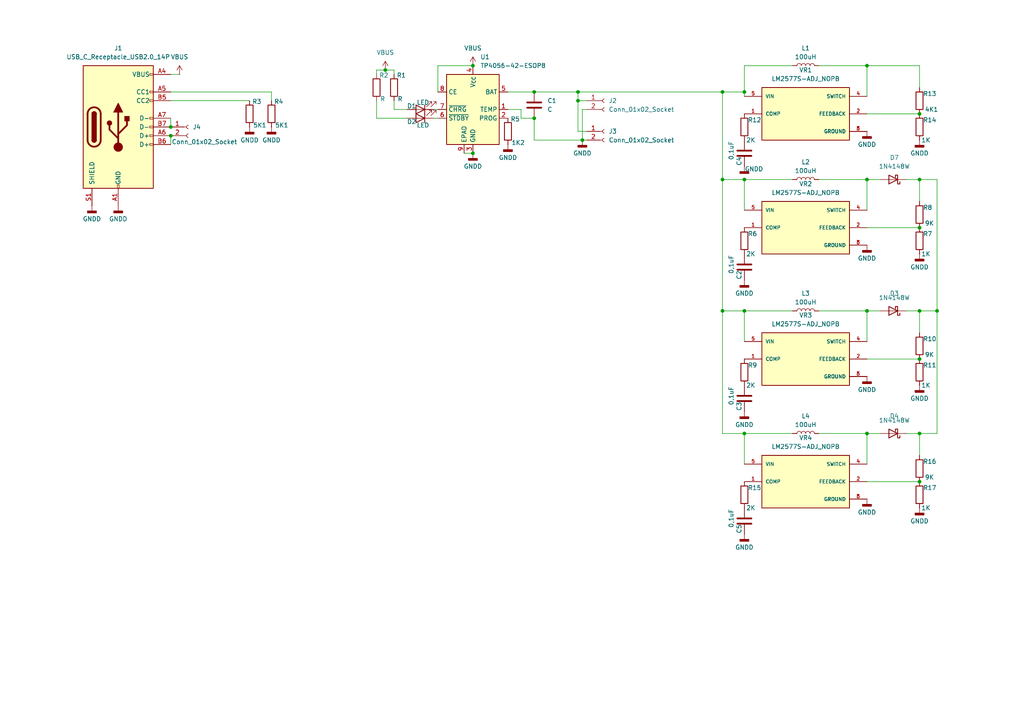
<source format=kicad_sch>
(kicad_sch (version 20250114) (generator "eeschema") (generator_version "9.0")
  (paper "A4")
  (lib_symbols
    (symbol "Battery_Management:TP4056-42-ESOP8"
      (property "Reference" "U" (at -6.604 11.684 0))
      (property "Value" "TP4056-42-ESOP8" (at 10.16 11.684 0))
      (symbol "TP4056-42-ESOP8_1_0"
        (pin input line (at -10.16 5.08 0) (length 2.54) (name "CE") (number "8"))
        (pin open_collector line (at -10.16 0 0) (length 2.54) (name "~{CHRG}") (number "7"))
        (pin open_collector line (at -10.16 -2.54 0) (length 2.54) (name "~{STDBY}") (number "6"))
        (pin passive line (at -2.54 -12.7 90) (length 2.54) (name "EPAD") (number "9"))
        (pin power_in line (at 0 12.7 270) (length 2.54) (name "V_{CC}") (number "4"))
        (pin power_in line (at 0 -12.7 90) (length 2.54) (name "GND") (number "3"))
        (pin power_out line (at 10.16 5.08 180) (length 2.54) (name "BAT") (number "5"))
        (pin input line (at 10.16 0 180) (length 2.54) (name "TEMP") (number "1"))
        (pin passive line (at 10.16 -2.54 180) (length 2.54) (name "PROG") (number "2"))
      )
      (symbol "TP4056-42-ESOP8_1_1"
        (rectangle (start -7.62 10.16) (end 7.62 -10.16) (stroke (width 0.254)) (fill (type background)))
      )
    )
    (symbol "Connector:Conn_01x02_Socket" (pin_names (offset 1.016) (hide yes))
      (property "Reference" "J" (at 0 2.54 0))
      (property "Value" "Conn_01x02_Socket" (at 0 -5.08 0))
      (symbol "Conn_01x02_Socket_1_1"
        (polyline (pts (xy -1.27 0) (xy -0.508 0)) (stroke (width 0.1524)))
        (polyline (pts (xy -1.27 -2.54) (xy -0.508 -2.54)) (stroke (width 0.1524)))
        (arc (start 0 -0.508) (mid -0.5058 0) (end 0 0.508) (stroke (width 0.1524)))
        (arc (start 0 -3.048) (mid -0.5058 -2.54) (end 0 -2.032) (stroke (width 0.1524)))
        (pin passive line (at -5.08 0 0) (length 3.81) (name "Pin_1") (number "1"))
        (pin passive line (at -5.08 -2.54 0) (length 3.81) (name "Pin_2") (number "2"))
      )
    )
    (symbol "Connector:USB_C_Receptacle_USB2.0_14P" (pin_names (offset 1.016))
      (property "Reference" "J" (at 0 22.225 0))
      (property "Value" "USB_C_Receptacle_USB2.0_14P" (at 0 19.685 0))
      (symbol "USB_C_Receptacle_USB2.0_14P_0_0"
        (rectangle (start -0.254 -17.78) (end 0.254 -16.764))
        (rectangle (start 10.16 15.494) (end 9.144 14.986))
        (rectangle (start 10.16 10.414) (end 9.144 9.906))
        (rectangle (start 10.16 7.874) (end 9.144 7.366))
        (rectangle (start 10.16 2.794) (end 9.144 2.286))
        (rectangle (start 10.16 0.254) (end 9.144 -0.254))
        (rectangle (start 10.16 -2.286) (end 9.144 -2.794))
        (rectangle (start 10.16 -4.826) (end 9.144 -5.334))
      )
      (symbol "USB_C_Receptacle_USB2.0_14P_0_1"
        (rectangle (start -10.16 17.78) (end 10.16 -17.78) (stroke (width 0.254)) (fill (type background)))
        (polyline (pts (xy -8.89 -3.81) (xy -8.89 3.81)) (stroke (width 0.508)))
        (rectangle (start -7.62 -3.81) (end -6.35 3.81) (stroke (width 0.254)) (fill (type outline)))
        (arc (start -7.62 3.81) (mid -6.985 4.4423) (end -6.35 3.81) (stroke (width 0.254)))
        (arc (start -7.62 3.81) (mid -6.985 4.4423) (end -6.35 3.81) (stroke (width 0.254)) (fill (type outline)))
        (arc (start -8.89 3.81) (mid -6.985 5.7067) (end -5.08 3.81) (stroke (width 0.508)))
        (arc (start -5.08 -3.81) (mid -6.985 -5.7067) (end -8.89 -3.81) (stroke (width 0.508)))
        (arc (start -6.35 -3.81) (mid -6.985 -4.4423) (end -7.62 -3.81) (stroke (width 0.254)))
        (arc (start -6.35 -3.81) (mid -6.985 -4.4423) (end -7.62 -3.81) (stroke (width 0.254)) (fill (type outline)))
        (polyline (pts (xy -5.08 3.81) (xy -5.08 -3.81)) (stroke (width 0.508)))
        (circle (center -2.54 1.143) (radius 0.635) (stroke (width 0.254)) (fill (type outline)))
        (polyline (pts (xy -1.27 4.318) (xy 0 6.858) (xy 1.27 4.318) (xy -1.27 4.318)) (stroke (width 0.254)) (fill (type outline)))
        (polyline (pts (xy 0 -2.032) (xy 2.54 0.508) (xy 2.54 1.778)) (stroke (width 0.508)))
        (polyline (pts (xy 0 -3.302) (xy -2.54 -0.762) (xy -2.54 0.508)) (stroke (width 0.508)))
        (polyline (pts (xy 0 -5.842) (xy 0 4.318)) (stroke (width 0.508)))
        (circle (center 0 -5.842) (radius 1.27) (fill (type outline)))
        (rectangle (start 1.905 1.778) (end 3.175 3.048) (stroke (width 0.254)) (fill (type outline)))
      )
      (symbol "USB_C_Receptacle_USB2.0_14P_1_1"
        (pin passive line (at -7.62 -22.86 90) (length 5.08) (name "SHIELD") (number "S1"))
        (pin passive line (at 0 -22.86 90) (length 5.08) (name "GND") (number "A1"))
        (pin passive line (at 0 -22.86 90) (length 5.08) (hide yes) (name "GND") (number "A12"))
        (pin passive line (at 0 -22.86 90) (length 5.08) (hide yes) (name "GND") (number "B1"))
        (pin passive line (at 0 -22.86 90) (length 5.08) (hide yes) (name "GND") (number "B12"))
        (pin passive line (at 15.24 15.24 180) (length 5.08) (name "VBUS") (number "A4"))
        (pin passive line (at 15.24 15.24 180) (length 5.08) (hide yes) (name "VBUS") (number "A9"))
        (pin passive line (at 15.24 15.24 180) (length 5.08) (hide yes) (name "VBUS") (number "B4"))
        (pin passive line (at 15.24 15.24 180) (length 5.08) (hide yes) (name "VBUS") (number "B9"))
        (pin bidirectional line (at 15.24 10.16 180) (length 5.08) (name "CC1") (number "A5"))
        (pin bidirectional line (at 15.24 7.62 180) (length 5.08) (name "CC2") (number "B5"))
        (pin bidirectional line (at 15.24 2.54 180) (length 5.08) (name "D-") (number "A7"))
        (pin bidirectional line (at 15.24 0 180) (length 5.08) (name "D-") (number "B7"))
        (pin bidirectional line (at 15.24 -2.54 180) (length 5.08) (name "D+") (number "A6"))
        (pin bidirectional line (at 15.24 -5.08 180) (length 5.08) (name "D+") (number "B6"))
      )
    )
    (symbol "Device:C" (pin_numbers (hide yes)) (pin_names (offset 0.254))
      (property "Reference" "C" (at 0.635 2.54 0))
      (property "Value" "C" (at 0.635 -2.54 0))
      (symbol "C_0_1"
        (polyline (pts (xy -2.032 0.762) (xy 2.032 0.762)) (stroke (width 0.508)))
        (polyline (pts (xy -2.032 -0.762) (xy 2.032 -0.762)) (stroke (width 0.508)))
      )
      (symbol "C_1_1"
        (pin passive line (at 0 3.81 270) (length 2.794) (name "~") (number "1"))
        (pin passive line (at 0 -3.81 90) (length 2.794) (name "~") (number "2"))
      )
    )
    (symbol "Device:L" (pin_numbers (hide yes)) (pin_names (offset 1.016) (hide yes))
      (property "Reference" "L" (at -1.27 0 90))
      (property "Value" "L" (at 1.905 0 90))
      (symbol "L_0_1"
        (arc (start 0 2.54) (mid 0.6323 1.905) (end 0 1.27))
        (arc (start 0 1.27) (mid 0.6323 0.635) (end 0 0))
        (arc (start 0 0) (mid 0.6323 -0.635) (end 0 -1.27))
        (arc (start 0 -1.27) (mid 0.6323 -1.905) (end 0 -2.54))
      )
      (symbol "L_1_1"
        (pin passive line (at 0 3.81 270) (length 1.27) (name "1") (number "1"))
        (pin passive line (at 0 -3.81 90) (length 1.27) (name "2") (number "2"))
      )
    )
    (symbol "Device:LED" (pin_numbers (hide yes)) (pin_names (offset 1.016) (hide yes))
      (property "Reference" "D" (at 0 2.54 0))
      (property "Value" "LED" (at 0 -2.54 0))
      (symbol "LED_0_1"
        (polyline (pts (xy -3.048 -0.762) (xy -4.572 -2.286) (xy -3.81 -2.286) (xy -4.572 -2.286) (xy -4.572 -1.524)))
        (polyline (pts (xy -1.778 -0.762) (xy -3.302 -2.286) (xy -2.54 -2.286) (xy -3.302 -2.286) (xy -3.302 -1.524)))
        (polyline (pts (xy -1.27 0) (xy 1.27 0)))
        (polyline (pts (xy -1.27 -1.27) (xy -1.27 1.27)) (stroke (width 0.254)))
        (polyline (pts (xy 1.27 -1.27) (xy 1.27 1.27) (xy -1.27 0) (xy 1.27 -1.27)) (stroke (width 0.254)))
      )
      (symbol "LED_1_1"
        (pin passive line (at -3.81 0 0) (length 2.54) (name "K") (number "1"))
        (pin passive line (at 3.81 0 180) (length 2.54) (name "A") (number "2"))
      )
    )
    (symbol "Device:R" (pin_numbers (hide yes)) (pin_names (offset 0))
      (property "Reference" "R" (at 2.032 0 90))
      (property "Value" "R" (at 0 0 90))
      (symbol "R_0_1"
        (rectangle (start -1.016 -2.54) (end 1.016 2.54) (stroke (width 0.254)))
      )
      (symbol "R_1_1"
        (pin passive line (at 0 3.81 270) (length 1.27) (name "~") (number "1"))
        (pin passive line (at 0 -3.81 90) (length 1.27) (name "~") (number "2"))
      )
    )
    (symbol "Diode:1N5822" (pin_numbers (hide yes)) (pin_names (offset 1.016) (hide yes))
      (property "Reference" "D" (at 0 2.54 0))
      (property "Value" "1N5822" (at 0 -2.54 0))
      (symbol "1N5822_0_1"
        (polyline (pts (xy -1.905 0.635) (xy -1.905 1.27) (xy -1.27 1.27) (xy -1.27 -1.27) (xy -0.635 -1.27) (xy -0.635 -0.635)) (stroke (width 0.254)))
        (polyline (pts (xy 1.27 1.27) (xy 1.27 -1.27) (xy -1.27 0) (xy 1.27 1.27)) (stroke (width 0.254)))
        (polyline (pts (xy 1.27 0) (xy -1.27 0)))
      )
      (symbol "1N5822_1_1"
        (pin passive line (at -3.81 0 0) (length 2.54) (name "K") (number "1"))
        (pin passive line (at 3.81 0 180) (length 2.54) (name "A") (number "2"))
      )
    )
    (symbol "LM2577S-ADJ_NOPB:LM2577S-ADJ_NOPB" (pin_names (offset 1.016))
      (property "Reference" "VR" (at -12.7 10.16 0))
      (property "Value" "LM2577S-ADJ_NOPB" (at -12.7 -12.7 0))
      (symbol "LM2577S-ADJ_NOPB_0_0"
        (rectangle (start -12.7 -7.62) (end 12.7 7.62) (stroke (width 0.254)) (fill (type background)))
        (pin input line (at -17.78 5.08 0) (length 5.08) (name "VIN") (number "5"))
        (pin passive line (at -17.78 0 0) (length 5.08) (name "COMP") (number "1"))
        (pin output line (at 17.78 5.08 180) (length 5.08) (name "SWITCH") (number "4"))
        (pin input line (at 17.78 0 180) (length 5.08) (name "FEEDBACK") (number "2"))
        (pin power_in line (at 17.78 -5.08 180) (length 5.08) (name "GROUND") (number "3"))
        (pin power_in line (at 17.78 -5.08 180) (length 5.08) (name "GROUND") (number "6"))
      )
    )
    (symbol "power:GNDD" (power) (pin_numbers (hide yes)) (pin_names (offset 0) (hide yes))
      (property "Value" "GNDD" (at 0 -3.175 0))
      (symbol "GNDD_0_1"
        (rectangle (start -1.27 -1.524) (end 1.27 -2.032) (stroke (width 0.254)) (fill (type outline)))
        (polyline (pts (xy 0 0) (xy 0 -1.524)))
      )
      (symbol "GNDD_1_1"
        (pin power_in line (at 0 0 270) (length 0) (name "~") (number "1"))
      )
    )
    (symbol "power:VBUS" (power) (pin_numbers (hide yes)) (pin_names (offset 0) (hide yes))
      (property "Value" "VBUS" (at 0 3.556 0))
      (symbol "VBUS_0_1"
        (polyline (pts (xy -0.762 1.27) (xy 0 2.54)))
        (polyline (pts (xy 0 2.54) (xy 0.762 1.27)))
        (polyline (pts (xy 0 0) (xy 0 2.54)))
      )
      (symbol "VBUS_1_1"
        (pin power_in line (at 0 0 90) (length 0) (name "~") (number "1"))
      )
    )
  )
  (junction (at 111.76 20.32))
  (junction (at 251.46 52.07))
  (junction (at 209.55 52.07))
  (junction (at 49.53 39.37))
  (junction (at 209.55 26.67))
  (junction (at 167.64 29.21))
  (junction (at 266.7 66.04))
  (junction (at 167.64 26.67))
  (junction (at 251.46 90.17))
  (junction (at 266.7 139.7))
  (junction (at 168.91 40.64))
  (junction (at 271.78 90.17))
  (junction (at 154.94 26.67))
  (junction (at 215.9 52.07))
  (junction (at 137.16 19.05))
  (junction (at 137.16 44.45))
  (junction (at 251.46 125.73))
  (junction (at 154.94 34.29))
  (junction (at 266.7 33.02))
  (junction (at 266.7 125.73))
  (junction (at 266.7 52.07))
  (junction (at 209.55 90.17))
  (junction (at 215.9 26.67))
  (junction (at 49.53 36.83))
  (junction (at 251.46 19.05))
  (junction (at 215.9 125.73))
  (junction (at 266.7 90.17))
  (junction (at 266.7 104.14))
  (junction (at 215.9 90.17))
  (wire (pts (xy 209.55 52.07) (xy 215.9 52.07)))
  (wire (pts (xy 266.7 132.08) (xy 266.7 125.73)))
  (wire (pts (xy 167.64 29.21) (xy 167.64 26.67)))
  (wire (pts (xy 49.53 29.21) (xy 72.39 29.21)))
  (wire (pts (xy 229.87 125.73) (xy 215.9 125.73)))
  (wire (pts (xy 49.53 26.67) (xy 78.74 26.67)))
  (wire (pts (xy 251.46 125.73) (xy 255.27 125.73)))
  (wire (pts (xy 251.46 19.05) (xy 266.7 19.05)))
  (wire (pts (xy 114.3 29.21) (xy 114.3 31.75)))
  (wire (pts (xy 266.7 58.42) (xy 266.7 52.07)))
  (wire (pts (xy 251.46 66.04) (xy 266.7 66.04)))
  (wire (pts (xy 209.55 125.73) (xy 215.9 125.73)))
  (wire (pts (xy 251.46 19.05) (xy 237.49 19.05)))
  (wire (pts (xy 52.07 21.59) (xy 49.53 21.59)))
  (wire (pts (xy 209.55 26.67) (xy 209.55 52.07)))
  (wire (pts (xy 209.55 26.67) (xy 215.9 26.67)))
  (wire (pts (xy 215.9 52.07) (xy 215.9 60.96)))
  (wire (pts (xy 251.46 90.17) (xy 255.27 90.17)))
  (wire (pts (xy 271.78 90.17) (xy 271.78 52.07)))
  (wire (pts (xy 262.89 90.17) (xy 266.7 90.17)))
  (wire (pts (xy 209.55 90.17) (xy 209.55 125.73)))
  (wire (pts (xy 151.13 34.29) (xy 151.13 31.75)))
  (wire (pts (xy 134.62 44.45) (xy 137.16 44.45)))
  (wire (pts (xy 229.87 52.07) (xy 215.9 52.07)))
  (wire (pts (xy 109.22 21.59) (xy 109.22 20.32)))
  (wire (pts (xy 251.46 27.94) (xy 251.46 19.05)))
  (wire (pts (xy 215.9 90.17) (xy 215.9 99.06)))
  (wire (pts (xy 168.91 40.64) (xy 154.94 40.64)))
  (wire (pts (xy 266.7 19.05) (xy 266.7 25.4)))
  (wire (pts (xy 266.7 90.17) (xy 271.78 90.17)))
  (wire (pts (xy 237.49 52.07) (xy 251.46 52.07)))
  (wire (pts (xy 170.18 31.75) (xy 168.91 31.75)))
  (wire (pts (xy 215.9 19.05) (xy 215.9 26.67)))
  (wire (pts (xy 147.32 26.67) (xy 154.94 26.67)))
  (wire (pts (xy 251.46 134.62) (xy 251.46 125.73)))
  (wire (pts (xy 109.22 20.32) (xy 111.76 20.32)))
  (wire (pts (xy 167.64 26.67) (xy 209.55 26.67)))
  (wire (pts (xy 237.49 125.73) (xy 251.46 125.73)))
  (wire (pts (xy 154.94 34.29) (xy 151.13 34.29)))
  (wire (pts (xy 170.18 38.1) (xy 167.64 38.1)))
  (wire (pts (xy 209.55 90.17) (xy 215.9 90.17)))
  (wire (pts (xy 127 19.05) (xy 127 26.67)))
  (wire (pts (xy 114.3 20.32) (xy 114.3 21.59)))
  (wire (pts (xy 237.49 90.17) (xy 251.46 90.17)))
  (wire (pts (xy 266.7 96.52) (xy 266.7 90.17)))
  (wire (pts (xy 215.9 26.67) (xy 215.9 27.94)))
  (wire (pts (xy 125.73 31.75) (xy 127 31.75)))
  (wire (pts (xy 151.13 31.75) (xy 147.32 31.75)))
  (wire (pts (xy 271.78 52.07) (xy 266.7 52.07)))
  (wire (pts (xy 49.53 34.29) (xy 49.53 36.83)))
  (wire (pts (xy 215.9 125.73) (xy 215.9 134.62)))
  (wire (pts (xy 168.91 40.64) (xy 170.18 40.64)))
  (wire (pts (xy 271.78 90.17) (xy 271.78 125.73)))
  (wire (pts (xy 229.87 19.05) (xy 215.9 19.05)))
  (wire (pts (xy 118.11 34.29) (xy 109.22 34.29)))
  (wire (pts (xy 125.73 34.29) (xy 127 34.29)))
  (wire (pts (xy 251.46 33.02) (xy 266.7 33.02)))
  (wire (pts (xy 251.46 99.06) (xy 251.46 90.17)))
  (wire (pts (xy 251.46 52.07) (xy 255.27 52.07)))
  (wire (pts (xy 167.64 29.21) (xy 170.18 29.21)))
  (wire (pts (xy 167.64 38.1) (xy 167.64 29.21)))
  (wire (pts (xy 137.16 19.05) (xy 127 19.05)))
  (wire (pts (xy 262.89 52.07) (xy 266.7 52.07)))
  (wire (pts (xy 111.76 20.32) (xy 114.3 20.32)))
  (wire (pts (xy 114.3 31.75) (xy 118.11 31.75)))
  (wire (pts (xy 78.74 26.67) (xy 78.74 29.21)))
  (wire (pts (xy 251.46 139.7) (xy 266.7 139.7)))
  (wire (pts (xy 266.7 125.73) (xy 271.78 125.73)))
  (wire (pts (xy 154.94 40.64) (xy 154.94 34.29)))
  (wire (pts (xy 109.22 34.29) (xy 109.22 29.21)))
  (wire (pts (xy 154.94 26.67) (xy 167.64 26.67)))
  (wire (pts (xy 251.46 60.96) (xy 251.46 52.07)))
  (wire (pts (xy 229.87 90.17) (xy 215.9 90.17)))
  (wire (pts (xy 209.55 52.07) (xy 209.55 90.17)))
  (wire (pts (xy 49.53 39.37) (xy 49.53 41.91)))
  (wire (pts (xy 168.91 31.75) (xy 168.91 40.64)))
  (wire (pts (xy 262.89 125.73) (xy 266.7 125.73)))
  (wire (pts (xy 251.46 104.14) (xy 266.7 104.14)))
  (symbol (lib_id "Device:R") (at 266.7 135.89 0) (unit 1)
    (property "Reference" "R16" (at 267.716 133.858 0) (effects (justify left)))
    (property "Value" "9K" (at 268.224 138.43 0) (effects (justify left)))
    (property "Footprint" "Resistor_SMD:R_0805_2012Metric_Pad1.20x1.40mm_HandSolder" (effects (hide yes)))
    (property "Description" "Resistor" (effects (hide yes)))
  )
  (symbol (lib_id "power:GNDD") (at 266.7 73.66 0) (unit 1)
    (property "Reference" "#PWR018" (effects (hide yes)))
    (property "Value" "GNDD" (at 266.7 77.47 0))
    (property "Description" "Power symbol creates a global label with name \"GNDD\" , digital ground" (effects (hide yes)))
  )
  (symbol (lib_id "power:VBUS") (at 52.07 21.59 0) (unit 1)
    (property "Reference" "#PWR01" (effects (hide yes)))
    (property "Value" "VBUS" (at 52.07 16.51 0))
    (property "Description" "Power symbol creates a global label with name \"VBUS\"" (effects (hide yes)))
  )
  (symbol (lib_id "Device:R") (at 266.7 143.51 0) (unit 1)
    (property "Reference" "R17" (at 267.716 141.478 0) (effects (justify left)))
    (property "Value" "1K" (at 267.208 147.32 0) (effects (justify left)))
    (property "Footprint" "Resistor_SMD:R_0805_2012Metric_Pad1.20x1.40mm_HandSolder" (effects (hide yes)))
    (property "Description" "Resistor" (effects (hide yes)))
  )
  (symbol (lib_id "power:VBUS") (at 137.16 19.05 0) (unit 1)
    (property "Reference" "#PWR06" (effects (hide yes)))
    (property "Value" "VBUS" (at 137.16 13.97 0))
    (property "Description" "Power symbol creates a global label with name \"VBUS\"" (effects (hide yes)))
  )
  (symbol (lib_id "LM2577S-ADJ_NOPB:LM2577S-ADJ_NOPB") (at 233.68 104.14 0) (unit 1)
    (property "Reference" "VR3" (at 233.68 91.44 0))
    (property "Value" "LM2577S-ADJ_NOPB" (at 233.68 93.98 0))
    (property "Footprint" "LM2577S-ADJ_NOPB (1):VREG_LM2577S-ADJ_NOPB_model" (effects (hide yes)))
    (property "MF" "Texas Instruments" (effects (hide yes)))
    (property "MAXIMUM_PACKAGE_HEIGHT" "4.65 mm" (effects (hide yes)))
    (property "Package" "TO-263-5 Texas Instruments" (effects (hide yes)))
    (property "Price" "None" (effects (hide yes)))
    (property "Check_prices" "https://www.snapeda.com/parts/LM2577S-ADJ/NOPB/Texas+Instruments/view-part/?ref=eda" (effects (hide yes)))
    (property "STANDARD" "Manufacturer recommendations" (effects (hide yes)))
    (property "PARTREV" "D" (effects (hide yes)))
    (property "SnapEDA_Link" "https://www.snapeda.com/parts/LM2577S-ADJ/NOPB/Texas+Instruments/view-part/?ref=snap" (effects (hide yes)))
    (property "MP" "LM2577S-ADJ/NOPB" (effects (hide yes)))
    (property "Description_1" "3.5-V to 40-V, 3-A low component count step-up regulator" (effects (hide yes)))
    (property "Availability" "In Stock" (effects (hide yes)))
    (property "MANUFACTURER" "Texas Instruments" (effects (hide yes)))
  )
  (symbol (lib_id "LM2577S-ADJ_NOPB:LM2577S-ADJ_NOPB") (at 233.68 66.04 0) (unit 1)
    (property "Reference" "VR2" (at 233.68 53.34 0))
    (property "Value" "LM2577S-ADJ_NOPB" (at 233.68 55.88 0))
    (property "Footprint" "LM2577S-ADJ_NOPB (1):VREG_LM2577S-ADJ_NOPB_model" (effects (hide yes)))
    (property "MF" "Texas Instruments" (effects (hide yes)))
    (property "MAXIMUM_PACKAGE_HEIGHT" "4.65 mm" (effects (hide yes)))
    (property "Package" "TO-263-5 Texas Instruments" (effects (hide yes)))
    (property "Price" "None" (effects (hide yes)))
    (property "Check_prices" "https://www.snapeda.com/parts/LM2577S-ADJ/NOPB/Texas+Instruments/view-part/?ref=eda" (effects (hide yes)))
    (property "STANDARD" "Manufacturer recommendations" (effects (hide yes)))
    (property "PARTREV" "D" (effects (hide yes)))
    (property "SnapEDA_Link" "https://www.snapeda.com/parts/LM2577S-ADJ/NOPB/Texas+Instruments/view-part/?ref=snap" (effects (hide yes)))
    (property "MP" "LM2577S-ADJ/NOPB" (effects (hide yes)))
    (property "Description_1" "3.5-V to 40-V, 3-A low component count step-up regulator" (effects (hide yes)))
    (property "Availability" "In Stock" (effects (hide yes)))
    (property "MANUFACTURER" "Texas Instruments" (effects (hide yes)))
  )
  (symbol (lib_id "Device:C") (at 215.9 115.57 180) (unit 1)
    (property "Reference" "C3" (at 214.376 117.856 90))
    (property "Value" "0,1uF" (at 212.09 114.808 90))
    (property "Footprint" "Capacitor_SMD:C_0805_2012Metric_Pad1.18x1.45mm_HandSolder" (effects (hide yes)))
    (property "Description" "Unpolarized capacitor" (effects (hide yes)))
  )
  (symbol (lib_id "power:GNDD") (at 266.7 40.64 0) (unit 1)
    (property "Reference" "#PWR017" (effects (hide yes)))
    (property "Value" "GNDD" (at 266.7 44.45 0))
    (property "Description" "Power symbol creates a global label with name \"GNDD\" , digital ground" (effects (hide yes)))
  )
  (symbol (lib_id "power:GNDD") (at 215.9 81.28 0) (unit 1)
    (property "Reference" "#PWR011" (effects (hide yes)))
    (property "Value" "GNDD" (at 215.9 85.09 0))
    (property "Description" "Power symbol creates a global label with name \"GNDD\" , digital ground" (effects (hide yes)))
  )
  (symbol (lib_id "Device:R") (at 266.7 36.83 0) (unit 1)
    (property "Reference" "R14" (at 267.716 34.798 0) (effects (justify left)))
    (property "Value" "1K" (at 267.208 40.64 0) (effects (justify left)))
    (property "Footprint" "Resistor_SMD:R_0805_2012Metric_Pad1.20x1.40mm_HandSolder" (effects (hide yes)))
    (property "Description" "Resistor" (effects (hide yes)))
  )
  (symbol (lib_id "Device:C") (at 215.9 44.45 180) (unit 1)
    (property "Reference" "C4" (at 214.376 46.736 90))
    (property "Value" "0,1uF" (at 212.09 43.688 90))
    (property "Footprint" "Capacitor_SMD:C_0805_2012Metric_Pad1.18x1.45mm_HandSolder" (effects (hide yes)))
    (property "Description" "Unpolarized capacitor" (effects (hide yes)))
  )
  (symbol (lib_id "Device:R") (at 147.32 38.1 180) (unit 1)
    (property "Reference" "R5" (at 148.082 34.544 0) (effects (justify right)))
    (property "Value" "1K2" (at 148.336 41.402 0) (effects (justify right)))
    (property "Footprint" "Resistor_SMD:R_0805_2012Metric_Pad1.20x1.40mm_HandSolder" (effects (hide yes)))
    (property "Description" "Resistor" (effects (hide yes)))
  )
  (symbol (lib_id "power:GNDD") (at 215.9 154.94 0) (unit 1)
    (property "Reference" "#PWR020" (effects (hide yes)))
    (property "Value" "GNDD" (at 215.9 158.75 0))
    (property "Description" "Power symbol creates a global label with name \"GNDD\" , digital ground" (effects (hide yes)))
  )
  (symbol (lib_id "power:GNDD") (at 215.9 48.26 0) (unit 1)
    (property "Reference" "#PWR015" (effects (hide yes)))
    (property "Value" "GNDD" (at 218.694 49.022 0))
    (property "Description" "Power symbol creates a global label with name \"GNDD\" , digital ground" (effects (hide yes)))
  )
  (symbol (lib_id "LM2577S-ADJ_NOPB:LM2577S-ADJ_NOPB") (at 233.68 33.02 0) (unit 1)
    (property "Reference" "VR1" (at 233.68 20.32 0))
    (property "Value" "LM2577S-ADJ_NOPB" (at 233.68 22.86 0))
    (property "Footprint" "LM2577S-ADJ_NOPB (1):VREG_LM2577S-ADJ_NOPB_model" (effects (hide yes)))
    (property "MF" "Texas Instruments" (effects (hide yes)))
    (property "MAXIMUM_PACKAGE_HEIGHT" "4.65 mm" (effects (hide yes)))
    (property "Package" "TO-263-5 Texas Instruments" (effects (hide yes)))
    (property "Price" "None" (effects (hide yes)))
    (property "Check_prices" "https://www.snapeda.com/parts/LM2577S-ADJ/NOPB/Texas+Instruments/view-part/?ref=eda" (effects (hide yes)))
    (property "STANDARD" "Manufacturer recommendations" (effects (hide yes)))
    (property "PARTREV" "D" (effects (hide yes)))
    (property "SnapEDA_Link" "https://www.snapeda.com/parts/LM2577S-ADJ/NOPB/Texas+Instruments/view-part/?ref=snap" (effects (hide yes)))
    (property "MP" "LM2577S-ADJ/NOPB" (effects (hide yes)))
    (property "Description_1" "3.5-V to 40-V, 3-A low component count step-up regulator" (effects (hide yes)))
    (property "Availability" "In Stock" (effects (hide yes)))
    (property "MANUFACTURER" "Texas Instruments" (effects (hide yes)))
  )
  (symbol (lib_id "power:GNDD") (at 251.46 38.1 0) (unit 1)
    (property "Reference" "#PWR016" (effects (hide yes)))
    (property "Value" "GNDD" (at 251.46 41.91 0))
    (property "Description" "Power symbol creates a global label with name \"GNDD\" , digital ground" (effects (hide yes)))
  )
  (symbol (lib_id "Diode:1N5822") (at 259.08 125.73 180) (unit 1)
    (property "Reference" "D4" (at 259.3975 120.65 0))
    (property "Value" "1N4148W" (at 259.3975 121.92 0))
    (property "Footprint" "Diode_SMD:D_SOD-123F" (effects (hide yes)))
    (property "Datasheet" "http://www.vishay.com/docs/88526/1n5820.pdf" (effects (hide yes)))
    (property "Description" "40V 3A Schottky Barrier Rectifier Diode, DO-201AD" (effects (hide yes)))
  )
  (symbol (lib_id "power:GNDD") (at 26.67 59.69 0) (unit 1)
    (property "Reference" "#PWR03" (effects (hide yes)))
    (property "Value" "GNDD" (at 26.67 63.5 0))
    (property "Description" "Power symbol creates a global label with name \"GNDD\" , digital ground" (effects (hide yes)))
  )
  (symbol (lib_id "power:GNDD") (at 137.16 44.45 0) (unit 1)
    (property "Reference" "#PWR04" (effects (hide yes)))
    (property "Value" "GNDD" (at 137.16 48.26 0))
    (property "Description" "Power symbol creates a global label with name \"GNDD\" , digital ground" (effects (hide yes)))
  )
  (symbol (lib_id "Device:C") (at 215.9 77.47 180) (unit 1)
    (property "Reference" "C2" (at 214.376 79.756 90))
    (property "Value" "0,1uF" (at 212.09 76.708 90))
    (property "Footprint" "Capacitor_SMD:C_0805_2012Metric_Pad1.18x1.45mm_HandSolder" (effects (hide yes)))
    (property "Description" "Unpolarized capacitor" (effects (hide yes)))
  )
  (symbol (lib_id "power:GNDD") (at 251.46 71.12 0) (unit 1)
    (property "Reference" "#PWR012" (effects (hide yes)))
    (property "Value" "GNDD" (at 251.46 74.93 0))
    (property "Description" "Power symbol creates a global label with name \"GNDD\" , digital ground" (effects (hide yes)))
  )
  (symbol (lib_id "power:GNDD") (at 251.46 109.22 0) (unit 1)
    (property "Reference" "#PWR014" (effects (hide yes)))
    (property "Value" "GNDD" (at 251.46 113.03 0))
    (property "Description" "Power symbol creates a global label with name \"GNDD\" , digital ground" (effects (hide yes)))
  )
  (symbol (lib_id "Connector:Conn_01x02_Socket") (at 175.26 29.21 0) (unit 1)
    (property "Reference" "J2" (at 176.53 29.2099 0) (effects (justify left)))
    (property "Value" "Conn_01x02_Socket" (at 176.53 31.7499 0) (effects (justify left)))
    (property "Description" "Generic connector, single row, 01x02, script generated" (effects (hide yes)))
  )
  (symbol (lib_id "LM2577S-ADJ_NOPB:LM2577S-ADJ_NOPB") (at 233.68 139.7 0) (unit 1)
    (property "Reference" "VR4" (at 233.68 127 0))
    (property "Value" "LM2577S-ADJ_NOPB" (at 233.68 129.54 0))
    (property "Footprint" "LM2577S-ADJ_NOPB (1):VREG_LM2577S-ADJ_NOPB_model" (effects (hide yes)))
    (property "MF" "Texas Instruments" (effects (hide yes)))
    (property "MAXIMUM_PACKAGE_HEIGHT" "4.65 mm" (effects (hide yes)))
    (property "Package" "TO-263-5 Texas Instruments" (effects (hide yes)))
    (property "Price" "None" (effects (hide yes)))
    (property "Check_prices" "https://www.snapeda.com/parts/LM2577S-ADJ/NOPB/Texas+Instruments/view-part/?ref=eda" (effects (hide yes)))
    (property "STANDARD" "Manufacturer recommendations" (effects (hide yes)))
    (property "PARTREV" "D" (effects (hide yes)))
    (property "SnapEDA_Link" "https://www.snapeda.com/parts/LM2577S-ADJ/NOPB/Texas+Instruments/view-part/?ref=snap" (effects (hide yes)))
    (property "MP" "LM2577S-ADJ/NOPB" (effects (hide yes)))
    (property "Description_1" "3.5-V to 40-V, 3-A low component count step-up regulator" (effects (hide yes)))
    (property "Availability" "In Stock" (effects (hide yes)))
    (property "MANUFACTURER" "Texas Instruments" (effects (hide yes)))
  )
  (symbol (lib_id "Device:R") (at 266.7 62.23 0) (unit 1)
    (property "Reference" "R8" (at 267.716 60.198 0) (effects (justify left)))
    (property "Value" "9K" (at 268.224 64.77 0) (effects (justify left)))
    (property "Footprint" "Resistor_SMD:R_0805_2012Metric_Pad1.20x1.40mm_HandSolder" (effects (hide yes)))
    (property "Description" "Resistor" (effects (hide yes)))
  )
  (symbol (lib_id "Diode:1N5822") (at 259.08 52.07 180) (unit 1)
    (property "Reference" "D7" (at 259.3975 45.72 0))
    (property "Value" "1N4148W" (at 259.3975 48.26 0))
    (property "Footprint" "Diode_SMD:D_SOD-123F" (effects (hide yes)))
    (property "Datasheet" "http://www.vishay.com/docs/88526/1n5820.pdf" (effects (hide yes)))
    (property "Description" "40V 3A Schottky Barrier Rectifier Diode, DO-201AD" (effects (hide yes)))
  )
  (symbol (lib_id "Connector:Conn_01x02_Socket") (at 175.26 38.1 0) (unit 1)
    (property "Reference" "J3" (at 176.53 38.0999 0) (effects (justify left)))
    (property "Value" "Conn_01x02_Socket" (at 176.53 40.6399 0) (effects (justify left)))
    (property "Description" "Generic connector, single row, 01x02, script generated" (effects (hide yes)))
  )
  (symbol (lib_id "power:GNDD") (at 72.39 36.83 0) (unit 1)
    (property "Reference" "#PWR08" (effects (hide yes)))
    (property "Value" "GNDD" (at 72.39 40.64 0))
    (property "Description" "Power symbol creates a global label with name \"GNDD\" , digital ground" (effects (hide yes)))
  )
  (symbol (lib_id "power:GNDD") (at 266.7 147.32 0) (unit 1)
    (property "Reference" "#PWR022" (effects (hide yes)))
    (property "Value" "GNDD" (at 266.7 151.13 0))
    (property "Description" "Power symbol creates a global label with name \"GNDD\" , digital ground" (effects (hide yes)))
  )
  (symbol (lib_id "Diode:1N5822") (at 259.08 90.17 180) (unit 1)
    (property "Reference" "D3" (at 259.3975 85.09 0))
    (property "Value" "1N4148W" (at 259.3975 86.36 0))
    (property "Footprint" "Diode_SMD:D_SOD-123F" (effects (hide yes)))
    (property "Datasheet" "http://www.vishay.com/docs/88526/1n5820.pdf" (effects (hide yes)))
    (property "Description" "40V 3A Schottky Barrier Rectifier Diode, DO-201AD" (effects (hide yes)))
  )
  (symbol (lib_id "Device:L") (at 233.68 90.17 90) (unit 1)
    (property "Reference" "L3" (at 233.68 85.09 90))
    (property "Value" "100uH" (at 233.68 87.63 90))
    (property "Footprint" "Inductor_SMD:L_12x12mm_H4.5mm_model" (effects (hide yes)))
    (property "Description" "Inductor" (effects (hide yes)))
  )
  (symbol (lib_id "power:GNDD") (at 147.32 41.91 0) (unit 1)
    (property "Reference" "#PWR010" (effects (hide yes)))
    (property "Value" "GNDD" (at 147.32 45.72 0))
    (property "Description" "Power symbol creates a global label with name \"GNDD\" , digital ground" (effects (hide yes)))
  )
  (symbol (lib_id "Device:L") (at 233.68 52.07 90) (unit 1)
    (property "Reference" "L2" (at 233.68 46.99 90))
    (property "Value" "100uH" (at 233.68 49.53 90))
    (property "Footprint" "Inductor_SMD:L_12x12mm_H4.5mm_model" (effects (hide yes)))
    (property "Description" "Inductor" (effects (hide yes)))
  )
  (symbol (lib_id "Device:R") (at 109.22 25.4 180) (unit 1)
    (property "Reference" "R2" (at 109.982 21.844 0) (effects (justify right)))
    (property "Value" "R" (at 110.236 28.702 0) (effects (justify right)))
    (property "Footprint" "Resistor_SMD:R_0805_2012Metric_Pad1.20x1.40mm_HandSolder" (effects (hide yes)))
    (property "Description" "Resistor" (effects (hide yes)))
  )
  (symbol (lib_id "Device:R") (at 266.7 107.95 0) (unit 1)
    (property "Reference" "R11" (at 267.716 105.918 0) (effects (justify left)))
    (property "Value" "1K" (at 267.208 111.76 0) (effects (justify left)))
    (property "Footprint" "Resistor_SMD:R_0805_2012Metric_Pad1.20x1.40mm_HandSolder" (effects (hide yes)))
    (property "Description" "Resistor" (effects (hide yes)))
  )
  (symbol (lib_id "Device:R") (at 266.7 69.85 0) (unit 1)
    (property "Reference" "R7" (at 267.716 67.818 0) (effects (justify left)))
    (property "Value" "1K" (at 267.208 73.66 0) (effects (justify left)))
    (property "Footprint" "Resistor_SMD:R_0805_2012Metric_Pad1.20x1.40mm_HandSolder" (effects (hide yes)))
    (property "Description" "Resistor" (effects (hide yes)))
  )
  (symbol (lib_id "Device:R") (at 266.7 100.33 0) (unit 1)
    (property "Reference" "R10" (at 267.716 98.298 0) (effects (justify left)))
    (property "Value" "9K" (at 268.224 102.87 0) (effects (justify left)))
    (property "Footprint" "Resistor_SMD:R_0805_2012Metric_Pad1.20x1.40mm_HandSolder" (effects (hide yes)))
    (property "Description" "Resistor" (effects (hide yes)))
  )
  (symbol (lib_id "Device:R") (at 78.74 33.02 180) (unit 1)
    (property "Reference" "R4" (at 79.502 29.464 0) (effects (justify right)))
    (property "Value" "5K1" (at 79.756 36.322 0) (effects (justify right)))
    (property "Footprint" "Resistor_SMD:R_0805_2012Metric_Pad1.20x1.40mm_HandSolder" (effects (hide yes)))
    (property "Description" "Resistor" (effects (hide yes)))
  )
  (symbol (lib_id "power:VBUS") (at 111.76 20.32 0) (unit 1)
    (property "Reference" "#PWR05" (effects (hide yes)))
    (property "Value" "VBUS" (at 111.76 15.24 0))
    (property "Description" "Power symbol creates a global label with name \"VBUS\"" (effects (hide yes)))
  )
  (symbol (lib_id "power:GNDD") (at 251.46 144.78 0) (unit 1)
    (property "Reference" "#PWR021" (effects (hide yes)))
    (property "Value" "GNDD" (at 251.46 148.59 0))
    (property "Description" "Power symbol creates a global label with name \"GNDD\" , digital ground" (effects (hide yes)))
  )
  (symbol (lib_id "Device:R") (at 215.9 36.83 0) (unit 1)
    (property "Reference" "R12" (at 216.916 34.798 0) (effects (justify left)))
    (property "Value" "2K" (at 216.408 40.64 0) (effects (justify left)))
    (property "Footprint" "Resistor_SMD:R_0805_2012Metric_Pad1.20x1.40mm_HandSolder" (effects (hide yes)))
    (property "Description" "Resistor" (effects (hide yes)))
  )
  (symbol (lib_id "Battery_Management:TP4056-42-ESOP8") (at 137.16 31.75 0) (unit 1)
    (property "Reference" "U1" (at 139.3033 16.51 0) (effects (justify left)))
    (property "Value" "TP4056-42-ESOP8" (at 139.3033 19.05 0) (effects (justify left)))
    (property "Footprint" "Package_SO:SOIC-8-1EP_3.9x4.9mm_P1.27mm_EP2.41x3.3mm_ThermalVias_model" (effects (hide yes)))
    (property "Datasheet" "https://www.lcsc.com/datasheet/lcsc_datasheet_2410121619_TOPPOWER-Nanjing-Extension-Microelectronics-TP4056-42-ESOP8_C16581.pdf" (effects (hide yes)))
    (property "Description" "1A Standalone Linear Li-ion/LiPo single-cell battery charger, 4.2V ±1% charge voltage, VCC = 4.0..8.0V, SOIC-8 (SOP-8)" (effects (hide yes)))
  )
  (symbol (lib_id "Device:R") (at 215.9 69.85 0) (unit 1)
    (property "Reference" "R6" (at 216.916 67.818 0) (effects (justify left)))
    (property "Value" "2K" (at 216.408 73.66 0) (effects (justify left)))
    (property "Footprint" "Resistor_SMD:R_0805_2012Metric_Pad1.20x1.40mm_HandSolder" (effects (hide yes)))
    (property "Description" "Resistor" (effects (hide yes)))
  )
  (symbol (lib_id "Device:R") (at 72.39 33.02 180) (unit 1)
    (property "Reference" "R3" (at 73.152 29.464 0) (effects (justify right)))
    (property "Value" "5K1" (at 73.406 36.322 0) (effects (justify right)))
    (property "Footprint" "Resistor_SMD:R_0805_2012Metric_Pad1.20x1.40mm_HandSolder" (effects (hide yes)))
    (property "Description" "Resistor" (effects (hide yes)))
  )
  (symbol (lib_id "Device:R") (at 266.7 29.21 0) (unit 1)
    (property "Reference" "R13" (at 267.716 27.178 0) (effects (justify left)))
    (property "Value" "4K1" (at 268.224 31.75 0) (effects (justify left)))
    (property "Footprint" "Resistor_SMD:R_0805_2012Metric_Pad1.20x1.40mm_HandSolder" (effects (hide yes)))
    (property "Description" "Resistor" (effects (hide yes)))
  )
  (symbol (lib_id "Device:L") (at 233.68 125.73 90) (unit 1)
    (property "Reference" "L4" (at 233.68 120.65 90))
    (property "Value" "100uH" (at 233.68 123.19 90))
    (property "Footprint" "Inductor_SMD:L_12x12mm_H4.5mm_model" (effects (hide yes)))
    (property "Description" "Inductor" (effects (hide yes)))
  )
  (symbol (lib_id "Device:R") (at 114.3 25.4 180) (unit 1)
    (property "Reference" "R1" (at 115.062 21.844 0) (effects (justify right)))
    (property "Value" "R" (at 115.316 28.702 0) (effects (justify right)))
    (property "Footprint" "Resistor_SMD:R_0805_2012Metric_Pad1.20x1.40mm_HandSolder" (effects (hide yes)))
    (property "Description" "Resistor" (effects (hide yes)))
  )
  (symbol (lib_id "power:GNDD") (at 168.91 40.64 0) (unit 1)
    (property "Reference" "#PWR07" (effects (hide yes)))
    (property "Value" "GNDD" (at 168.91 44.45 0))
    (property "Description" "Power symbol creates a global label with name \"GNDD\" , digital ground" (effects (hide yes)))
  )
  (symbol (lib_id "Device:LED") (at 121.92 31.75 180) (unit 1)
    (property "Reference" "D1" (at 119.38 30.734 0))
    (property "Value" "LED" (at 122.682 29.718 0))
    (property "Footprint" "LED_SMD:LED_0805_2012Metric_Pad1.15x1.40mm_HandSolder" (effects (hide yes)))
    (property "Description" "Light emitting diode" (effects (hide yes)))
    (property "Sim.Pins" "1=K 2=A" (effects (hide yes)))
  )
  (symbol (lib_id "Device:C") (at 154.94 30.48 0) (unit 1)
    (property "Reference" "C1" (at 158.75 29.2099 0) (effects (justify left)))
    (property "Value" "C" (at 158.75 31.7499 0) (effects (justify left)))
    (property "Footprint" "Capacitor_SMD:C_0805_2012Metric_Pad1.18x1.45mm_HandSolder" (effects (hide yes)))
    (property "Description" "Unpolarized capacitor" (effects (hide yes)))
  )
  (symbol (lib_id "Device:LED") (at 121.92 34.29 180) (unit 1)
    (property "Reference" "D2" (at 119.38 35.306 0))
    (property "Value" "LED" (at 122.682 36.322 0))
    (property "Footprint" "LED_SMD:LED_0805_2012Metric_Pad1.15x1.40mm_HandSolder" (effects (hide yes)))
    (property "Description" "Light emitting diode" (effects (hide yes)))
    (property "Sim.Pins" "1=K 2=A" (effects (hide yes)))
  )
  (symbol (lib_id "Device:R") (at 215.9 143.51 0) (unit 1)
    (property "Reference" "R15" (at 216.916 141.478 0) (effects (justify left)))
    (property "Value" "2K" (at 216.408 147.32 0) (effects (justify left)))
    (property "Footprint" "Resistor_SMD:R_0805_2012Metric_Pad1.20x1.40mm_HandSolder" (effects (hide yes)))
    (property "Description" "Resistor" (effects (hide yes)))
  )
  (symbol (lib_id "power:GNDD") (at 215.9 119.38 0) (unit 1)
    (property "Reference" "#PWR013" (effects (hide yes)))
    (property "Value" "GNDD" (at 215.9 123.19 0))
    (property "Description" "Power symbol creates a global label with name \"GNDD\" , digital ground" (effects (hide yes)))
  )
  (symbol (lib_id "power:GNDD") (at 266.7 111.76 0) (unit 1)
    (property "Reference" "#PWR019" (effects (hide yes)))
    (property "Value" "GNDD" (at 266.7 115.57 0))
    (property "Description" "Power symbol creates a global label with name \"GNDD\" , digital ground" (effects (hide yes)))
  )
  (symbol (lib_id "power:GNDD") (at 78.74 36.83 0) (unit 1)
    (property "Reference" "#PWR09" (effects (hide yes)))
    (property "Value" "GNDD" (at 78.74 40.64 0))
    (property "Description" "Power symbol creates a global label with name \"GNDD\" , digital ground" (effects (hide yes)))
  )
  (symbol (lib_id "Connector:USB_C_Receptacle_USB2.0_14P") (at 34.29 36.83 0) (unit 1)
    (property "Reference" "J1" (at 34.29 13.97 0))
    (property "Value" "USB_C_Receptacle_USB2.0_14P" (at 34.29 16.51 0))
    (property "Footprint" "Connector_USB:USB_C_Receptacle_G-Switch_GT-USB-7010ASV_model" (effects (hide yes)))
    (property "Datasheet" "https://www.usb.org/sites/default/files/documents/usb_type-c.zip" (effects (hide yes)))
    (property "Description" "USB 2.0-only 14P Type-C Receptacle connector" (effects (hide yes)))
  )
  (symbol (lib_id "power:GNDD") (at 34.29 59.69 0) (unit 1)
    (property "Reference" "#PWR02" (effects (hide yes)))
    (property "Value" "GNDD" (at 34.29 63.5 0))
    (property "Description" "Power symbol creates a global label with name \"GNDD\" , digital ground" (effects (hide yes)))
  )
  (symbol (lib_id "Device:C") (at 215.9 151.13 180) (unit 1)
    (property "Reference" "C5" (at 214.376 153.416 90))
    (property "Value" "0,1uF" (at 212.09 150.368 90))
    (property "Footprint" "Capacitor_SMD:C_0805_2012Metric_Pad1.18x1.45mm_HandSolder" (effects (hide yes)))
    (property "Description" "Unpolarized capacitor" (effects (hide yes)))
  )
  (symbol (lib_id "Connector:Conn_01x02_Socket") (at 54.61 36.83 0) (unit 1)
    (property "Reference" "J4" (at 55.88 36.8299 0) (effects (justify left)))
    (property "Value" "Conn_01x02_Socket" (at 49.784 41.148 0) (effects (justify left)))
    (property "Footprint" "Connector_JST:JST_XH_B2B-XH-A_1x02_P2.50mm_Vertical" (effects (hide yes)))
    (property "Description" "Generic connector, single row, 01x02, script generated" (effects (hide yes)))
  )
  (symbol (lib_id "Device:R") (at 215.9 107.95 0) (unit 1)
    (property "Reference" "R9" (at 216.916 105.918 0) (effects (justify left)))
    (property "Value" "2K" (at 216.408 111.76 0) (effects (justify left)))
    (property "Footprint" "Resistor_SMD:R_0805_2012Metric_Pad1.20x1.40mm_HandSolder" (effects (hide yes)))
    (property "Description" "Resistor" (effects (hide yes)))
  )
  (symbol (lib_id "Device:L") (at 233.68 19.05 90) (unit 1)
    (property "Reference" "L1" (at 233.68 13.97 90))
    (property "Value" "100uH" (at 233.68 16.51 90))
    (property "Footprint" "Inductor_SMD:L_12x12mm_H4.5mm_model" (effects (hide yes)))
    (property "Description" "Inductor" (effects (hide yes)))
  )
)
</source>
